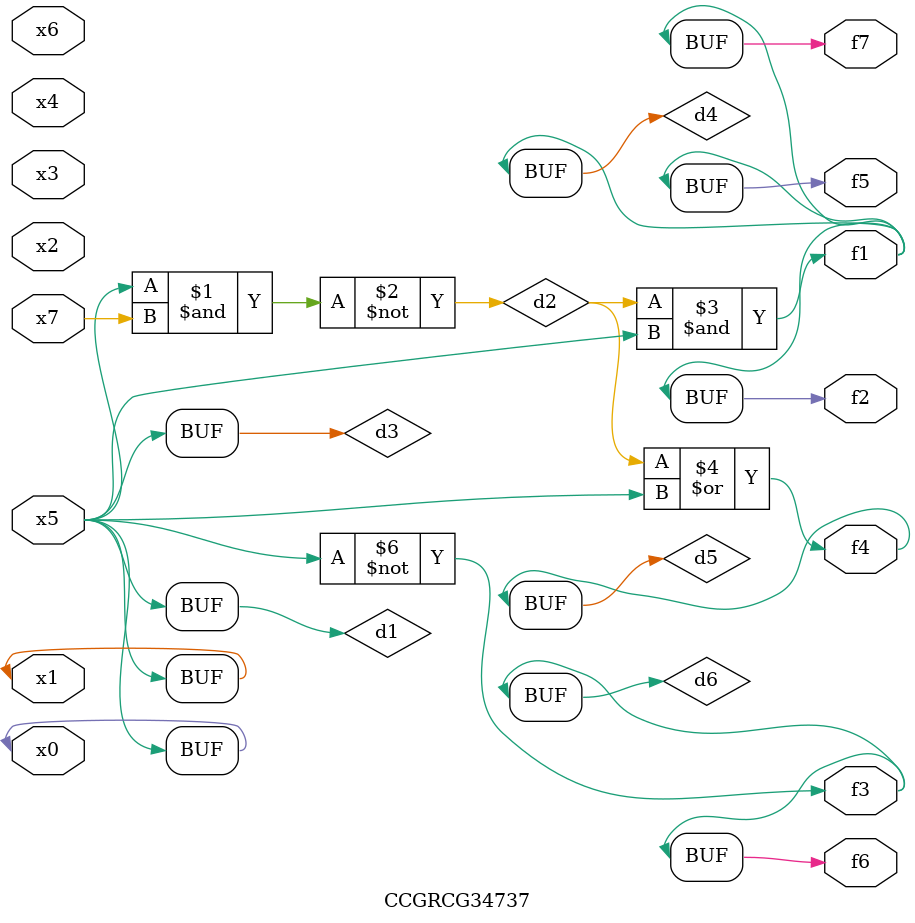
<source format=v>
module CCGRCG34737(
	input x0, x1, x2, x3, x4, x5, x6, x7,
	output f1, f2, f3, f4, f5, f6, f7
);

	wire d1, d2, d3, d4, d5, d6;

	buf (d1, x0, x5);
	nand (d2, x5, x7);
	buf (d3, x0, x1);
	and (d4, d2, d3);
	or (d5, d2, d3);
	nor (d6, d1, d3);
	assign f1 = d4;
	assign f2 = d4;
	assign f3 = d6;
	assign f4 = d5;
	assign f5 = d4;
	assign f6 = d6;
	assign f7 = d4;
endmodule

</source>
